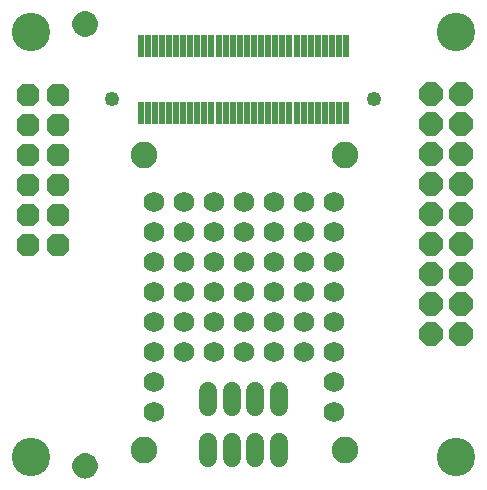
<source format=gbs>
G75*
%MOIN*%
%OFA0B0*%
%FSLAX25Y25*%
%IPPOS*%
%LPD*%
%AMOC8*
5,1,8,0,0,1.08239X$1,22.5*
%
%ADD10C,0.08858*%
%ADD11C,0.12795*%
%ADD12C,0.04921*%
%ADD13R,0.02362X0.07677*%
%ADD14C,0.06134*%
%ADD15OC8,0.07584*%
%ADD16C,0.00500*%
%ADD17OC8,0.07984*%
%ADD18C,0.06921*%
D10*
X0052233Y0015973D03*
X0119162Y0015973D03*
X0119162Y0114398D03*
X0052233Y0114398D03*
D11*
X0014438Y0013611D03*
X0156170Y0013611D03*
X0156170Y0155343D03*
X0014438Y0155343D03*
D12*
X0041603Y0133099D03*
X0129004Y0133099D03*
D13*
X0119556Y0128375D03*
X0117193Y0128375D03*
X0114831Y0128375D03*
X0112469Y0128375D03*
X0110107Y0128375D03*
X0107745Y0128375D03*
X0105382Y0128375D03*
X0103020Y0128375D03*
X0100658Y0128375D03*
X0098296Y0128375D03*
X0095934Y0128375D03*
X0093571Y0128375D03*
X0091209Y0128375D03*
X0088847Y0128375D03*
X0086485Y0128375D03*
X0084123Y0128375D03*
X0081760Y0128375D03*
X0079398Y0128375D03*
X0077036Y0128375D03*
X0074674Y0128375D03*
X0072312Y0128375D03*
X0069949Y0128375D03*
X0067587Y0128375D03*
X0065225Y0128375D03*
X0062863Y0128375D03*
X0060501Y0128375D03*
X0058138Y0128375D03*
X0055776Y0128375D03*
X0053414Y0128375D03*
X0051052Y0128375D03*
X0051052Y0150816D03*
X0053414Y0150816D03*
X0055776Y0150816D03*
X0058138Y0150816D03*
X0060501Y0150816D03*
X0062863Y0150816D03*
X0065225Y0150816D03*
X0067587Y0150816D03*
X0069949Y0150816D03*
X0072312Y0150816D03*
X0074674Y0150816D03*
X0077036Y0150816D03*
X0079398Y0150816D03*
X0081760Y0150816D03*
X0084123Y0150816D03*
X0086485Y0150816D03*
X0088847Y0150816D03*
X0091209Y0150816D03*
X0093571Y0150816D03*
X0095934Y0150816D03*
X0098296Y0150816D03*
X0100658Y0150816D03*
X0103020Y0150816D03*
X0105382Y0150816D03*
X0107745Y0150816D03*
X0110107Y0150816D03*
X0112469Y0150816D03*
X0114831Y0150816D03*
X0117193Y0150816D03*
X0119556Y0150816D03*
D14*
X0097193Y0035684D02*
X0097193Y0030534D01*
X0089319Y0030534D02*
X0089319Y0035684D01*
X0081445Y0035684D02*
X0081445Y0030534D01*
X0073571Y0030534D02*
X0073571Y0035684D01*
X0073571Y0018755D02*
X0073571Y0013605D01*
X0081445Y0013605D02*
X0081445Y0018755D01*
X0089319Y0018755D02*
X0089319Y0013605D01*
X0097193Y0013605D02*
X0097193Y0018755D01*
D15*
X0023375Y0084477D03*
X0023375Y0094477D03*
X0023375Y0104477D03*
X0023375Y0114477D03*
X0023375Y0124477D03*
X0023375Y0134477D03*
X0013375Y0134477D03*
X0013375Y0124477D03*
X0013375Y0114477D03*
X0013375Y0104477D03*
X0013375Y0094477D03*
X0013375Y0084477D03*
D16*
X0031864Y0014732D02*
X0032548Y0014792D01*
X0033231Y0014732D01*
X0033894Y0014555D01*
X0034516Y0014265D01*
X0035078Y0013871D01*
X0035564Y0013386D01*
X0035957Y0012824D01*
X0036247Y0012202D01*
X0036425Y0011539D01*
X0036485Y0010855D01*
X0036425Y0010171D01*
X0036247Y0009509D01*
X0035957Y0008887D01*
X0035564Y0008324D01*
X0035078Y0007839D01*
X0034516Y0007446D01*
X0033894Y0007156D01*
X0033231Y0006978D01*
X0032548Y0006918D01*
X0031864Y0006978D01*
X0031201Y0007156D01*
X0030579Y0007446D01*
X0030017Y0007839D01*
X0029532Y0008324D01*
X0029138Y0008887D01*
X0028848Y0009509D01*
X0028671Y0010171D01*
X0028611Y0010855D01*
X0028671Y0011539D01*
X0028848Y0012202D01*
X0029138Y0012824D01*
X0029532Y0013386D01*
X0030017Y0013871D01*
X0030579Y0014265D01*
X0031201Y0014555D01*
X0031864Y0014732D01*
X0032195Y0014761D02*
X0032900Y0014761D01*
X0034519Y0014263D02*
X0030577Y0014263D01*
X0029910Y0013764D02*
X0035185Y0013764D01*
X0035648Y0013266D02*
X0029448Y0013266D01*
X0029112Y0012767D02*
X0035984Y0012767D01*
X0036216Y0012269D02*
X0028879Y0012269D01*
X0028733Y0011770D02*
X0036363Y0011770D01*
X0036448Y0011272D02*
X0028647Y0011272D01*
X0028618Y0010773D02*
X0036478Y0010773D01*
X0036434Y0010275D02*
X0028662Y0010275D01*
X0028776Y0009776D02*
X0036319Y0009776D01*
X0036140Y0009278D02*
X0028956Y0009278D01*
X0029213Y0008779D02*
X0035882Y0008779D01*
X0035520Y0008281D02*
X0029576Y0008281D01*
X0030099Y0007782D02*
X0034997Y0007782D01*
X0034169Y0007284D02*
X0030927Y0007284D01*
X0032548Y0154162D02*
X0031864Y0154222D01*
X0031201Y0154400D01*
X0030579Y0154690D01*
X0030017Y0155083D01*
X0029532Y0155569D01*
X0029138Y0156131D01*
X0028848Y0156753D01*
X0028671Y0157416D01*
X0028611Y0158099D01*
X0028671Y0158783D01*
X0028848Y0159446D01*
X0029138Y0160068D01*
X0029532Y0160630D01*
X0030017Y0161115D01*
X0030579Y0161509D01*
X0031201Y0161799D01*
X0031864Y0161976D01*
X0032548Y0162036D01*
X0033231Y0161976D01*
X0033894Y0161799D01*
X0034516Y0161509D01*
X0035078Y0161115D01*
X0035564Y0160630D01*
X0035957Y0160068D01*
X0036247Y0159446D01*
X0036425Y0158783D01*
X0036485Y0158099D01*
X0036425Y0157416D01*
X0036247Y0156753D01*
X0035957Y0156131D01*
X0035564Y0155569D01*
X0035078Y0155083D01*
X0034516Y0154690D01*
X0033894Y0154400D01*
X0033231Y0154222D01*
X0032548Y0154162D01*
X0033688Y0154344D02*
X0031407Y0154344D01*
X0030360Y0154843D02*
X0034735Y0154843D01*
X0035337Y0155341D02*
X0029759Y0155341D01*
X0029342Y0155840D02*
X0035754Y0155840D01*
X0036054Y0156339D02*
X0029041Y0156339D01*
X0028826Y0156837D02*
X0036270Y0156837D01*
X0036404Y0157336D02*
X0028692Y0157336D01*
X0028634Y0157834D02*
X0036462Y0157834D01*
X0036464Y0158333D02*
X0028631Y0158333D01*
X0028683Y0158831D02*
X0036412Y0158831D01*
X0036278Y0159330D02*
X0028817Y0159330D01*
X0029026Y0159828D02*
X0036069Y0159828D01*
X0035776Y0160327D02*
X0029319Y0160327D01*
X0029727Y0160825D02*
X0035368Y0160825D01*
X0034781Y0161324D02*
X0030315Y0161324D01*
X0031288Y0161822D02*
X0033807Y0161822D01*
D17*
X0147745Y0134713D03*
X0157745Y0134713D03*
X0157745Y0124713D03*
X0147745Y0124713D03*
X0147745Y0114713D03*
X0157745Y0114713D03*
X0157745Y0104713D03*
X0157745Y0094713D03*
X0147745Y0094713D03*
X0147745Y0104713D03*
X0147745Y0084713D03*
X0157745Y0084713D03*
X0157745Y0074713D03*
X0147745Y0074713D03*
X0147745Y0064713D03*
X0157745Y0064713D03*
X0157745Y0054713D03*
X0147745Y0054713D03*
D18*
X0115382Y0058650D03*
X0105382Y0058650D03*
X0095382Y0058650D03*
X0085382Y0058650D03*
X0075382Y0058650D03*
X0065382Y0058650D03*
X0055382Y0058650D03*
X0055382Y0048650D03*
X0055382Y0038650D03*
X0055382Y0028650D03*
X0065382Y0048650D03*
X0075382Y0048650D03*
X0085382Y0048650D03*
X0095382Y0048650D03*
X0105382Y0048650D03*
X0115382Y0048650D03*
X0115382Y0038650D03*
X0115382Y0028650D03*
X0115382Y0068650D03*
X0105382Y0068650D03*
X0095382Y0068650D03*
X0085382Y0068650D03*
X0075382Y0068650D03*
X0065382Y0068650D03*
X0055382Y0068650D03*
X0055382Y0078650D03*
X0055382Y0088650D03*
X0055382Y0098650D03*
X0065382Y0098650D03*
X0065382Y0088650D03*
X0065382Y0078650D03*
X0075382Y0078650D03*
X0075382Y0088650D03*
X0075382Y0098650D03*
X0085382Y0098650D03*
X0085382Y0088650D03*
X0085382Y0078650D03*
X0095382Y0078650D03*
X0095382Y0088650D03*
X0095382Y0098650D03*
X0105382Y0098650D03*
X0115382Y0098650D03*
X0115382Y0088650D03*
X0105382Y0088650D03*
X0105382Y0078650D03*
X0115382Y0078650D03*
M02*

</source>
